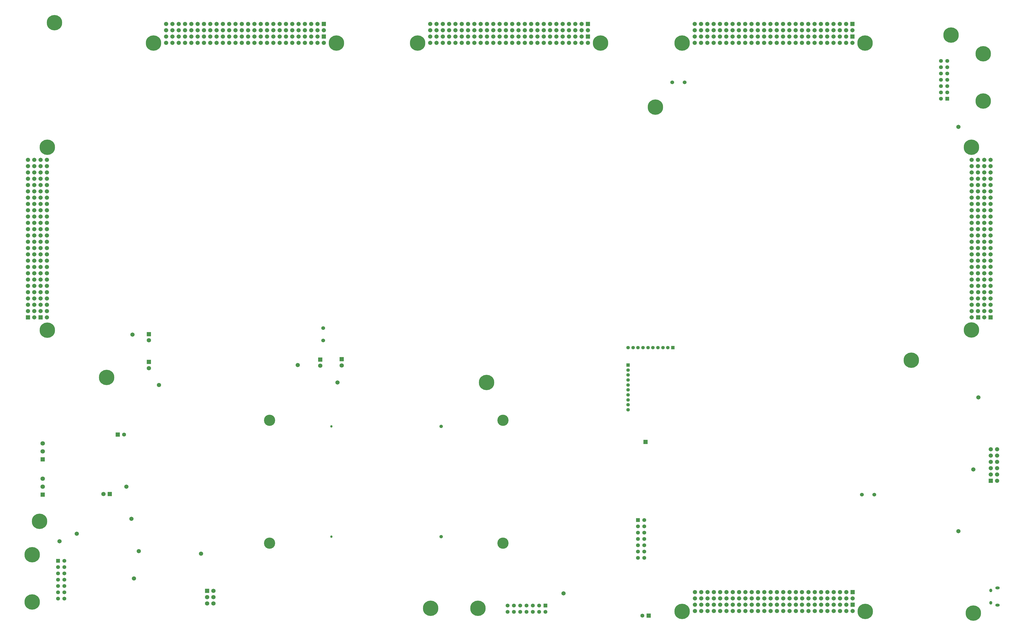
<source format=gbs>
G04*
G04 #@! TF.GenerationSoftware,Altium Limited,Altium Designer,20.0.13 (296)*
G04*
G04 Layer_Color=16711935*
%FSLAX25Y25*%
%MOIN*%
G70*
G01*
G75*
%ADD90R,0.06706X0.06706*%
%ADD101C,0.06706*%
%ADD102C,0.06824*%
%ADD103R,0.06824X0.06824*%
%ADD104R,0.07119X0.07119*%
%ADD105C,0.07119*%
%ADD106C,0.06194*%
%ADD107R,0.06194X0.06194*%
%ADD108R,0.05599X0.05599*%
%ADD109C,0.05599*%
%ADD110C,0.05997*%
%ADD111R,0.07099X0.07099*%
%ADD112C,0.06304*%
%ADD113R,0.07099X0.07099*%
%ADD114C,0.24422*%
%ADD115C,0.17800*%
%ADD116C,0.03800*%
%ADD117C,0.05398*%
%ADD118O,0.07099X0.04343*%
%ADD119O,0.04540X0.05721*%
%ADD120C,0.06800*%
%ADD121R,0.06800X0.06800*%
%ADD122R,0.06706X0.06706*%
%ADD123R,0.06194X0.06194*%
%ADD124R,0.05599X0.05599*%
%ADD125R,0.06800X0.06800*%
D90*
X45098Y492913D02*
D03*
X25118D02*
D03*
X1551123Y493129D02*
D03*
X1531143D02*
D03*
X1551181Y233780D02*
D03*
D101*
X192913Y78740D02*
D03*
X55118Y732913D02*
D03*
X45118D02*
D03*
X55118Y722913D02*
D03*
X45118D02*
D03*
X55118Y712913D02*
D03*
X45118D02*
D03*
X55118Y702913D02*
D03*
X45118D02*
D03*
X55118Y692913D02*
D03*
X45118D02*
D03*
X55118Y682913D02*
D03*
X45118D02*
D03*
X55118Y672913D02*
D03*
X45118D02*
D03*
X55118Y662913D02*
D03*
X45118D02*
D03*
X55118Y652913D02*
D03*
X45118D02*
D03*
X55118Y642913D02*
D03*
X45118D02*
D03*
X55118Y632913D02*
D03*
X45118D02*
D03*
X55118Y622913D02*
D03*
X45118D02*
D03*
X55118Y612913D02*
D03*
X45118D02*
D03*
X55118Y602913D02*
D03*
X45118D02*
D03*
X55118Y592913D02*
D03*
X45118D02*
D03*
X55118Y582913D02*
D03*
X45118D02*
D03*
X55118Y572913D02*
D03*
X45118Y573012D02*
D03*
X55118Y562913D02*
D03*
X45118D02*
D03*
X55118Y552913D02*
D03*
X45118D02*
D03*
X55118Y542913D02*
D03*
X45098D02*
D03*
X55118Y532913D02*
D03*
X45098D02*
D03*
X55118Y522913D02*
D03*
X45118D02*
D03*
X55118Y512913D02*
D03*
X45118D02*
D03*
X55118Y502913D02*
D03*
X45118D02*
D03*
X55118Y492913D02*
D03*
X45118Y742913D02*
D03*
X55118D02*
D03*
X35118D02*
D03*
X25118D02*
D03*
X35118Y492913D02*
D03*
X25118Y502913D02*
D03*
X35118D02*
D03*
X25118Y512913D02*
D03*
X35118D02*
D03*
X25118Y522913D02*
D03*
X35118D02*
D03*
X25118Y532913D02*
D03*
X35118D02*
D03*
X25118Y542913D02*
D03*
X35118D02*
D03*
X25118Y552913D02*
D03*
X35118D02*
D03*
X25118Y562913D02*
D03*
X35118D02*
D03*
X25118Y573012D02*
D03*
X35118Y572913D02*
D03*
X25118Y582913D02*
D03*
X35118D02*
D03*
X25118Y592913D02*
D03*
X35118D02*
D03*
X25118Y602913D02*
D03*
X35118D02*
D03*
X25118Y612913D02*
D03*
X35118D02*
D03*
X25118Y622913D02*
D03*
X35118D02*
D03*
X25118Y632913D02*
D03*
X35118D02*
D03*
X25118Y642913D02*
D03*
X35118D02*
D03*
X25118Y652913D02*
D03*
X35118D02*
D03*
X25118Y662913D02*
D03*
X35118D02*
D03*
X25118Y672913D02*
D03*
X35118D02*
D03*
X25118Y682913D02*
D03*
X35118D02*
D03*
X25118Y692913D02*
D03*
X35118D02*
D03*
X25118Y702913D02*
D03*
X35118D02*
D03*
X25118Y712913D02*
D03*
X35118D02*
D03*
X25118Y722913D02*
D03*
X35118D02*
D03*
X25118Y732913D02*
D03*
X35118D02*
D03*
X1541123Y733130D02*
D03*
X1551123D02*
D03*
X1541123Y723130D02*
D03*
X1551123D02*
D03*
X1541123Y713130D02*
D03*
X1551123D02*
D03*
X1541123Y703129D02*
D03*
X1551123D02*
D03*
X1541123Y693129D02*
D03*
X1551123D02*
D03*
X1541123Y683130D02*
D03*
X1551123D02*
D03*
X1541123Y673130D02*
D03*
X1551123D02*
D03*
X1541123Y663130D02*
D03*
X1551123D02*
D03*
X1541123Y653129D02*
D03*
X1551123D02*
D03*
X1541123Y643129D02*
D03*
X1551123D02*
D03*
X1541123Y633130D02*
D03*
X1551123D02*
D03*
X1541123Y623130D02*
D03*
X1551123D02*
D03*
X1541123Y613130D02*
D03*
X1551123D02*
D03*
X1541123Y603129D02*
D03*
X1551123D02*
D03*
X1541123Y593129D02*
D03*
X1551123D02*
D03*
X1541123Y583130D02*
D03*
X1551123D02*
D03*
X1541123Y573130D02*
D03*
X1551123Y573228D02*
D03*
X1541123Y563130D02*
D03*
X1551123D02*
D03*
X1541123Y553129D02*
D03*
X1551123D02*
D03*
X1541123Y543129D02*
D03*
X1551123D02*
D03*
X1541123Y533130D02*
D03*
X1551123D02*
D03*
X1541123Y523130D02*
D03*
X1551123D02*
D03*
X1541123Y513130D02*
D03*
X1551123D02*
D03*
X1541123Y503129D02*
D03*
X1551123D02*
D03*
X1541123Y493129D02*
D03*
X1551123Y743129D02*
D03*
X1541123D02*
D03*
X1521123D02*
D03*
X1531123D02*
D03*
X1521123Y493129D02*
D03*
X1531123Y503129D02*
D03*
X1521123D02*
D03*
X1531123Y513130D02*
D03*
X1521123D02*
D03*
X1531123Y523130D02*
D03*
X1521123D02*
D03*
X1531143Y533130D02*
D03*
X1521123D02*
D03*
X1531143Y543129D02*
D03*
X1521123D02*
D03*
X1531123Y553129D02*
D03*
X1521123D02*
D03*
X1531123Y563130D02*
D03*
X1521123D02*
D03*
X1531123Y573228D02*
D03*
X1521123Y573130D02*
D03*
X1531123Y583130D02*
D03*
X1521123D02*
D03*
X1531123Y593129D02*
D03*
X1521123D02*
D03*
X1531123Y603129D02*
D03*
X1521123D02*
D03*
X1531123Y613130D02*
D03*
X1521123D02*
D03*
X1531123Y623130D02*
D03*
X1521123D02*
D03*
X1531123Y633130D02*
D03*
X1521123D02*
D03*
X1531123Y643129D02*
D03*
X1521123D02*
D03*
X1531123Y653129D02*
D03*
X1521123D02*
D03*
X1531123Y663130D02*
D03*
X1521123D02*
D03*
X1531123Y673130D02*
D03*
X1521123D02*
D03*
X1531123Y683130D02*
D03*
X1521123D02*
D03*
X1531123Y693129D02*
D03*
X1521123D02*
D03*
X1531123Y703129D02*
D03*
X1521123D02*
D03*
X1531123Y713130D02*
D03*
X1521123D02*
D03*
X1531123Y723130D02*
D03*
X1521123D02*
D03*
X1531123Y733130D02*
D03*
X1521123D02*
D03*
X1561181Y283780D02*
D03*
Y273780D02*
D03*
Y263779D02*
D03*
Y253780D02*
D03*
Y243779D02*
D03*
Y233780D02*
D03*
X1551181Y283780D02*
D03*
Y273780D02*
D03*
Y263779D02*
D03*
Y253780D02*
D03*
Y243779D02*
D03*
X672598Y948819D02*
D03*
Y958819D02*
D03*
X682598Y948819D02*
D03*
Y958819D02*
D03*
X692598Y948819D02*
D03*
Y958819D02*
D03*
X702598Y948819D02*
D03*
Y958819D02*
D03*
X712598Y948819D02*
D03*
Y958819D02*
D03*
X722598Y948819D02*
D03*
Y958819D02*
D03*
X732598Y948819D02*
D03*
Y958819D02*
D03*
X742598Y948819D02*
D03*
Y958819D02*
D03*
X752598Y948819D02*
D03*
Y958819D02*
D03*
X762598Y948819D02*
D03*
Y958819D02*
D03*
X772598Y948819D02*
D03*
Y958819D02*
D03*
X782598Y948819D02*
D03*
Y958819D02*
D03*
X792598Y948819D02*
D03*
Y958819D02*
D03*
X802598Y948819D02*
D03*
Y958819D02*
D03*
X812598Y948819D02*
D03*
Y958819D02*
D03*
X822598Y948819D02*
D03*
Y958819D02*
D03*
X832598Y948819D02*
D03*
X832500Y958819D02*
D03*
X842598Y948819D02*
D03*
Y958819D02*
D03*
X852598Y948819D02*
D03*
Y958819D02*
D03*
X862598Y948819D02*
D03*
Y958819D02*
D03*
X872598Y948819D02*
D03*
Y958819D02*
D03*
X882598Y948819D02*
D03*
Y958819D02*
D03*
X892598Y948819D02*
D03*
Y958819D02*
D03*
X902598Y948819D02*
D03*
Y958819D02*
D03*
X912598Y948819D02*
D03*
X662598Y958819D02*
D03*
Y948819D02*
D03*
Y928819D02*
D03*
Y938819D02*
D03*
X912598Y928819D02*
D03*
X902598Y938819D02*
D03*
Y928819D02*
D03*
X892598Y938819D02*
D03*
Y928819D02*
D03*
X882598Y938819D02*
D03*
Y928819D02*
D03*
X872598Y938839D02*
D03*
Y928819D02*
D03*
X862598Y938839D02*
D03*
Y928819D02*
D03*
X852598Y938819D02*
D03*
Y928819D02*
D03*
X842598Y938819D02*
D03*
Y928819D02*
D03*
X832500Y938819D02*
D03*
X832598Y928819D02*
D03*
X822598Y938819D02*
D03*
Y928819D02*
D03*
X812598Y938819D02*
D03*
Y928819D02*
D03*
X802598Y938819D02*
D03*
Y928819D02*
D03*
X792598Y938819D02*
D03*
Y928819D02*
D03*
X782598Y938819D02*
D03*
Y928819D02*
D03*
X772598Y938819D02*
D03*
Y928819D02*
D03*
X762598Y938819D02*
D03*
Y928819D02*
D03*
X752598Y938819D02*
D03*
Y928819D02*
D03*
X742598Y938819D02*
D03*
Y928819D02*
D03*
X732598Y938819D02*
D03*
Y928819D02*
D03*
X722598Y938819D02*
D03*
Y928819D02*
D03*
X712598Y938819D02*
D03*
Y928819D02*
D03*
X702598Y938819D02*
D03*
Y928819D02*
D03*
X692598Y938819D02*
D03*
Y928819D02*
D03*
X682598Y938819D02*
D03*
Y928819D02*
D03*
X672598Y938819D02*
D03*
Y928819D02*
D03*
X1092047Y948819D02*
D03*
Y958819D02*
D03*
X1102047Y948819D02*
D03*
Y958819D02*
D03*
X1112047Y948819D02*
D03*
Y958819D02*
D03*
X1122047Y948819D02*
D03*
Y958819D02*
D03*
X1132047Y948819D02*
D03*
Y958819D02*
D03*
X1142047Y948819D02*
D03*
Y958819D02*
D03*
X1152047Y948819D02*
D03*
Y958819D02*
D03*
X1162047Y948819D02*
D03*
Y958819D02*
D03*
X1172047Y948819D02*
D03*
Y958819D02*
D03*
X1182047Y948819D02*
D03*
Y958819D02*
D03*
X1192047Y948819D02*
D03*
Y958819D02*
D03*
X1202047Y948819D02*
D03*
Y958819D02*
D03*
X1212047Y948819D02*
D03*
Y958819D02*
D03*
X1222047Y948819D02*
D03*
Y958819D02*
D03*
X1232047Y948819D02*
D03*
Y958819D02*
D03*
X1242047Y948819D02*
D03*
Y958819D02*
D03*
X1252047Y948819D02*
D03*
X1251949Y958819D02*
D03*
X1262047Y948819D02*
D03*
Y958819D02*
D03*
X1272047Y948819D02*
D03*
Y958819D02*
D03*
X1282047Y948819D02*
D03*
Y958819D02*
D03*
X1292047Y948819D02*
D03*
Y958819D02*
D03*
X1302047Y948819D02*
D03*
Y958819D02*
D03*
X1312047Y948819D02*
D03*
Y958819D02*
D03*
X1322047Y948819D02*
D03*
Y958819D02*
D03*
X1332047Y948819D02*
D03*
X1082047Y958819D02*
D03*
Y948819D02*
D03*
Y928819D02*
D03*
Y938819D02*
D03*
X1332047Y928819D02*
D03*
X1322047Y938819D02*
D03*
Y928819D02*
D03*
X1312047Y938819D02*
D03*
Y928819D02*
D03*
X1302047Y938819D02*
D03*
Y928819D02*
D03*
X1292047Y938839D02*
D03*
Y928819D02*
D03*
X1282047Y938839D02*
D03*
Y928819D02*
D03*
X1272047Y938819D02*
D03*
Y928819D02*
D03*
X1262047Y938819D02*
D03*
Y928819D02*
D03*
X1251949Y938819D02*
D03*
X1252047Y928819D02*
D03*
X1242047Y938819D02*
D03*
Y928819D02*
D03*
X1232047Y938819D02*
D03*
Y928819D02*
D03*
X1222047Y938819D02*
D03*
Y928819D02*
D03*
X1212047Y938819D02*
D03*
Y928819D02*
D03*
X1202047Y938819D02*
D03*
Y928819D02*
D03*
X1192047Y938819D02*
D03*
Y928819D02*
D03*
X1182047Y938819D02*
D03*
Y928819D02*
D03*
X1172047Y938819D02*
D03*
Y928819D02*
D03*
X1162047Y938819D02*
D03*
Y928819D02*
D03*
X1152047Y938819D02*
D03*
Y928819D02*
D03*
X1142047Y938819D02*
D03*
Y928819D02*
D03*
X1132047Y938819D02*
D03*
Y928819D02*
D03*
X1122047Y938819D02*
D03*
Y928819D02*
D03*
X1112047Y938819D02*
D03*
Y928819D02*
D03*
X1102047Y938819D02*
D03*
Y928819D02*
D03*
X1092047Y938819D02*
D03*
Y928819D02*
D03*
X1092159Y46942D02*
D03*
Y56942D02*
D03*
X1102159Y46942D02*
D03*
Y56942D02*
D03*
X1112159Y46942D02*
D03*
Y56942D02*
D03*
X1122159Y46942D02*
D03*
Y56942D02*
D03*
X1132159Y46942D02*
D03*
Y56942D02*
D03*
X1142159Y46942D02*
D03*
Y56942D02*
D03*
X1152159Y46942D02*
D03*
Y56942D02*
D03*
X1162159Y46942D02*
D03*
Y56942D02*
D03*
X1172159Y46942D02*
D03*
Y56942D02*
D03*
X1182159Y46942D02*
D03*
Y56942D02*
D03*
X1192159Y46942D02*
D03*
Y56942D02*
D03*
X1202159Y46942D02*
D03*
Y56942D02*
D03*
X1212159Y46942D02*
D03*
Y56942D02*
D03*
X1222159Y46942D02*
D03*
Y56942D02*
D03*
X1232159Y46942D02*
D03*
Y56942D02*
D03*
X1242159Y46942D02*
D03*
Y56942D02*
D03*
X1252159Y46942D02*
D03*
X1252060Y56942D02*
D03*
X1262159Y46942D02*
D03*
Y56942D02*
D03*
X1272159Y46942D02*
D03*
Y56942D02*
D03*
X1282159Y46942D02*
D03*
Y56942D02*
D03*
X1292159Y46942D02*
D03*
Y56942D02*
D03*
X1302159Y46942D02*
D03*
Y56942D02*
D03*
X1312159Y46942D02*
D03*
Y56942D02*
D03*
X1322159Y46942D02*
D03*
Y56942D02*
D03*
X1332159Y46942D02*
D03*
X1082159Y56942D02*
D03*
Y46942D02*
D03*
Y26942D02*
D03*
Y36942D02*
D03*
X1332159Y26942D02*
D03*
X1322159Y36942D02*
D03*
Y26942D02*
D03*
X1312159Y36942D02*
D03*
Y26942D02*
D03*
X1302159Y36942D02*
D03*
Y26942D02*
D03*
X1292159Y36961D02*
D03*
Y26942D02*
D03*
X1282159Y36961D02*
D03*
Y26942D02*
D03*
X1272159Y36942D02*
D03*
Y26942D02*
D03*
X1262159Y36942D02*
D03*
Y26942D02*
D03*
X1252060Y36942D02*
D03*
X1252159Y26942D02*
D03*
X1242159Y36942D02*
D03*
Y26942D02*
D03*
X1232159Y36942D02*
D03*
Y26942D02*
D03*
X1222159Y36942D02*
D03*
Y26942D02*
D03*
X1212159Y36942D02*
D03*
Y26942D02*
D03*
X1202159Y36942D02*
D03*
Y26942D02*
D03*
X1192159Y36942D02*
D03*
Y26942D02*
D03*
X1182159Y36942D02*
D03*
Y26942D02*
D03*
X1172159Y36942D02*
D03*
Y26942D02*
D03*
X1162159Y36942D02*
D03*
Y26942D02*
D03*
X1152159Y36942D02*
D03*
Y26942D02*
D03*
X1142159Y36942D02*
D03*
Y26942D02*
D03*
X1132159Y36942D02*
D03*
Y26942D02*
D03*
X1122159Y36942D02*
D03*
Y26942D02*
D03*
X1112159Y36942D02*
D03*
Y26942D02*
D03*
X1102159Y36942D02*
D03*
Y26942D02*
D03*
X1092159Y36942D02*
D03*
Y26942D02*
D03*
X254016Y948819D02*
D03*
Y958819D02*
D03*
X264016Y948819D02*
D03*
Y958819D02*
D03*
X274016Y948819D02*
D03*
Y958819D02*
D03*
X284016Y948819D02*
D03*
Y958819D02*
D03*
X294016Y948819D02*
D03*
Y958819D02*
D03*
X304016Y948819D02*
D03*
Y958819D02*
D03*
X314016Y948819D02*
D03*
Y958819D02*
D03*
X324016Y948819D02*
D03*
Y958819D02*
D03*
X334016Y948819D02*
D03*
Y958819D02*
D03*
X344016Y948819D02*
D03*
Y958819D02*
D03*
X354016Y948819D02*
D03*
Y958819D02*
D03*
X364016Y948819D02*
D03*
Y958819D02*
D03*
X374016Y948819D02*
D03*
Y958819D02*
D03*
X384016Y948819D02*
D03*
Y958819D02*
D03*
X394016Y948819D02*
D03*
Y958819D02*
D03*
X404016Y948819D02*
D03*
Y958819D02*
D03*
X414016Y948819D02*
D03*
X413917Y958819D02*
D03*
X424016Y948819D02*
D03*
Y958819D02*
D03*
X434016Y948819D02*
D03*
Y958819D02*
D03*
X444016Y948819D02*
D03*
Y958819D02*
D03*
X454016Y948819D02*
D03*
Y958819D02*
D03*
X464016Y948819D02*
D03*
Y958819D02*
D03*
X474016Y948819D02*
D03*
Y958819D02*
D03*
X484016Y948819D02*
D03*
Y958819D02*
D03*
X494016Y948819D02*
D03*
X244016Y958819D02*
D03*
Y948819D02*
D03*
Y928819D02*
D03*
Y938819D02*
D03*
X494016Y928819D02*
D03*
X484016Y938819D02*
D03*
Y928819D02*
D03*
X474016Y938819D02*
D03*
Y928819D02*
D03*
X464016Y938819D02*
D03*
Y928819D02*
D03*
X454016Y938839D02*
D03*
Y928819D02*
D03*
X444016Y938839D02*
D03*
Y928819D02*
D03*
X434016Y938819D02*
D03*
Y928819D02*
D03*
X424016Y938819D02*
D03*
Y928819D02*
D03*
X413917Y938819D02*
D03*
X414016Y928819D02*
D03*
X404016Y938819D02*
D03*
Y928819D02*
D03*
X394016Y938819D02*
D03*
Y928819D02*
D03*
X384016Y938819D02*
D03*
Y928819D02*
D03*
X374016Y938819D02*
D03*
Y928819D02*
D03*
X364016Y938819D02*
D03*
Y928819D02*
D03*
X354016Y938819D02*
D03*
Y928819D02*
D03*
X344016Y938819D02*
D03*
Y928819D02*
D03*
X334016Y938819D02*
D03*
Y928819D02*
D03*
X324016Y938819D02*
D03*
Y928819D02*
D03*
X314016Y938819D02*
D03*
Y928819D02*
D03*
X304016Y938819D02*
D03*
Y928819D02*
D03*
X294016Y938819D02*
D03*
Y928819D02*
D03*
X284016Y938819D02*
D03*
Y928819D02*
D03*
X274016Y938819D02*
D03*
Y928819D02*
D03*
X264016Y938819D02*
D03*
Y928819D02*
D03*
X254016Y938819D02*
D03*
Y928819D02*
D03*
X102362Y149606D02*
D03*
X188976Y173228D02*
D03*
X200787Y122047D02*
D03*
X74803Y137795D02*
D03*
X1500000Y153543D02*
D03*
X299213Y118110D02*
D03*
X1523622Y251717D02*
D03*
X1531496Y366142D02*
D03*
X232535Y385827D02*
D03*
X190782Y465737D02*
D03*
X452756Y417323D02*
D03*
X874016Y55118D02*
D03*
X1500000Y795276D02*
D03*
X515748Y389764D02*
D03*
X181102Y224410D02*
D03*
D102*
X318898Y59055D02*
D03*
X308898Y39055D02*
D03*
Y49055D02*
D03*
X318898Y39055D02*
D03*
Y49055D02*
D03*
D103*
X308898Y59055D02*
D03*
D104*
X48207Y211811D02*
D03*
X48185Y267717D02*
D03*
D105*
X48207Y224410D02*
D03*
Y237008D02*
D03*
X48185Y280315D02*
D03*
Y292913D02*
D03*
D106*
X1472442Y900079D02*
D03*
X1482442D02*
D03*
X1472442Y890079D02*
D03*
X1482442D02*
D03*
X1472442Y880079D02*
D03*
X1482442D02*
D03*
X1472442Y870079D02*
D03*
X1482442D02*
D03*
X1472442Y860079D02*
D03*
X1482442D02*
D03*
X1472442Y850079D02*
D03*
X1482442D02*
D03*
X1472442Y840079D02*
D03*
X82677Y46614D02*
D03*
X72677D02*
D03*
X82677Y56614D02*
D03*
X72677D02*
D03*
X82677Y66614D02*
D03*
X72677D02*
D03*
X82677Y76614D02*
D03*
X72677D02*
D03*
X82677Y86614D02*
D03*
X72677D02*
D03*
X82677Y96614D02*
D03*
X72677D02*
D03*
X82677Y106614D02*
D03*
X785273Y25708D02*
D03*
Y35708D02*
D03*
X795272Y25708D02*
D03*
Y35708D02*
D03*
X805272Y25708D02*
D03*
Y35708D02*
D03*
X815273Y25708D02*
D03*
Y35708D02*
D03*
X825272Y25708D02*
D03*
Y35708D02*
D03*
X835273Y25708D02*
D03*
Y35708D02*
D03*
X845273Y25708D02*
D03*
X1002126Y111417D02*
D03*
X992126D02*
D03*
X1002126Y121417D02*
D03*
X992126D02*
D03*
X1002126Y131417D02*
D03*
X992126D02*
D03*
X1002126Y141417D02*
D03*
X992126D02*
D03*
X1002126Y151417D02*
D03*
X992126D02*
D03*
X1002126Y161417D02*
D03*
X992126D02*
D03*
X1002126Y171417D02*
D03*
D107*
X1482442Y840079D02*
D03*
X72677Y106614D02*
D03*
X992126Y171417D02*
D03*
D108*
X976378Y417323D02*
D03*
D109*
Y409449D02*
D03*
Y401575D02*
D03*
Y393701D02*
D03*
Y385827D02*
D03*
Y377953D02*
D03*
Y370079D02*
D03*
Y362205D02*
D03*
Y354331D02*
D03*
Y346457D02*
D03*
Y444882D02*
D03*
X984252D02*
D03*
X992126D02*
D03*
X1000000D02*
D03*
X1007874D02*
D03*
X1015748D02*
D03*
X1023622D02*
D03*
X1031496D02*
D03*
X1039370D02*
D03*
D110*
X1066055Y866151D02*
D03*
X1046370Y866112D02*
D03*
X492869Y475913D02*
D03*
X492908Y456227D02*
D03*
X1346960Y211779D02*
D03*
X1366645Y211819D02*
D03*
D111*
X1008937Y19685D02*
D03*
X167326Y306981D02*
D03*
D112*
X998937Y19685D02*
D03*
X177326Y306981D02*
D03*
D113*
X1003937Y295276D02*
D03*
D114*
X55610Y762959D02*
D03*
X55665Y472866D02*
D03*
X1520576Y473082D02*
D03*
X1520631Y763175D02*
D03*
X66929Y960630D02*
D03*
X1539370Y836516D02*
D03*
Y911516D02*
D03*
X932646Y928272D02*
D03*
X642553Y928327D02*
D03*
X1352094Y928272D02*
D03*
X1062002Y928327D02*
D03*
X1352206Y26395D02*
D03*
X1062113Y26450D02*
D03*
X514063Y928272D02*
D03*
X223970Y928327D02*
D03*
X1523622Y23622D02*
D03*
X1488189Y940945D02*
D03*
X43307Y169291D02*
D03*
X1425197Y425197D02*
D03*
X751968Y389764D02*
D03*
X149606Y397638D02*
D03*
X1019685Y826772D02*
D03*
X31496Y41240D02*
D03*
Y116240D02*
D03*
X738287Y31496D02*
D03*
X663287D02*
D03*
D115*
X777913Y134832D02*
D03*
X407913Y329832D02*
D03*
Y134832D02*
D03*
X777913Y329832D02*
D03*
D116*
X505913Y144882D02*
D03*
Y319882D02*
D03*
D117*
X679913Y144882D02*
D03*
Y319882D02*
D03*
D118*
X1561811Y63779D02*
D03*
Y36220D02*
D03*
D119*
X1551181Y40157D02*
D03*
Y59842D02*
D03*
D120*
X488189Y416339D02*
D03*
X144685Y212598D02*
D03*
X522453Y416760D02*
D03*
X216535Y412402D02*
D03*
Y456693D02*
D03*
D121*
X488189Y426181D02*
D03*
X522453Y426602D02*
D03*
X216535Y422244D02*
D03*
Y466535D02*
D03*
D122*
X912598Y958819D02*
D03*
Y938839D02*
D03*
X1332047Y958819D02*
D03*
Y938839D02*
D03*
X1332159Y56942D02*
D03*
Y36961D02*
D03*
X494016Y958819D02*
D03*
Y938839D02*
D03*
D123*
X845273Y35708D02*
D03*
D124*
X1047244Y444882D02*
D03*
D125*
X154528Y212598D02*
D03*
M02*

</source>
